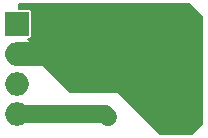
<source format=gbr>
G04 #@! TF.FileFunction,Copper,L2,Bot,Signal*
%FSLAX46Y46*%
G04 Gerber Fmt 4.6, Leading zero omitted, Abs format (unit mm)*
G04 Created by KiCad (PCBNEW 4.0.5-e0-6337~49~ubuntu15.04.1) date Sun Dec 17 23:25:19 2017*
%MOMM*%
%LPD*%
G01*
G04 APERTURE LIST*
%ADD10C,0.100000*%
%ADD11O,1.998980X1.998980*%
%ADD12R,1.998980X1.998980*%
%ADD13C,0.600000*%
%ADD14C,2.000000*%
%ADD15C,1.500000*%
%ADD16C,0.200000*%
G04 APERTURE END LIST*
D10*
D11*
X126365000Y-84582000D03*
D12*
X126365000Y-76962000D03*
D11*
X126365000Y-79502000D03*
X126365000Y-82042000D03*
D13*
X136144000Y-75946000D03*
X141351000Y-79629000D03*
X138430000Y-83820000D03*
X129794000Y-76708000D03*
X134112000Y-82042000D03*
X134112000Y-84836000D03*
D14*
X126365000Y-79502000D02*
X127778492Y-79502000D01*
D15*
X126365000Y-84582000D02*
X133858000Y-84582000D01*
X133858000Y-84582000D02*
X134112000Y-84836000D01*
D16*
G36*
X142013000Y-76368422D02*
X142013000Y-85429578D01*
X141203578Y-86239000D01*
X138450422Y-86239000D01*
X134944711Y-82733289D01*
X134911629Y-82711350D01*
X134874000Y-82704000D01*
X130851422Y-82704000D01*
X128594711Y-80447289D01*
X128561629Y-80425350D01*
X128524000Y-80418000D01*
X127673621Y-80418000D01*
X127921316Y-79904416D01*
X127813107Y-79656000D01*
X126592000Y-79656000D01*
X126592000Y-79348000D01*
X127813107Y-79348000D01*
X127921316Y-79099584D01*
X127648851Y-78534640D01*
X127349424Y-78267367D01*
X127364490Y-78267367D01*
X127475663Y-78246448D01*
X127577769Y-78180745D01*
X127646268Y-78080493D01*
X127670367Y-77961490D01*
X127670367Y-75962510D01*
X127649448Y-75851337D01*
X127583745Y-75749231D01*
X127483493Y-75680732D01*
X127364490Y-75656633D01*
X126592000Y-75656633D01*
X126592000Y-75305000D01*
X140949578Y-75305000D01*
X142013000Y-76368422D01*
X142013000Y-76368422D01*
G37*
X142013000Y-76368422D02*
X142013000Y-85429578D01*
X141203578Y-86239000D01*
X138450422Y-86239000D01*
X134944711Y-82733289D01*
X134911629Y-82711350D01*
X134874000Y-82704000D01*
X130851422Y-82704000D01*
X128594711Y-80447289D01*
X128561629Y-80425350D01*
X128524000Y-80418000D01*
X127673621Y-80418000D01*
X127921316Y-79904416D01*
X127813107Y-79656000D01*
X126592000Y-79656000D01*
X126592000Y-79348000D01*
X127813107Y-79348000D01*
X127921316Y-79099584D01*
X127648851Y-78534640D01*
X127349424Y-78267367D01*
X127364490Y-78267367D01*
X127475663Y-78246448D01*
X127577769Y-78180745D01*
X127646268Y-78080493D01*
X127670367Y-77961490D01*
X127670367Y-75962510D01*
X127649448Y-75851337D01*
X127583745Y-75749231D01*
X127483493Y-75680732D01*
X127364490Y-75656633D01*
X126592000Y-75656633D01*
X126592000Y-75305000D01*
X140949578Y-75305000D01*
X142013000Y-76368422D01*
M02*

</source>
